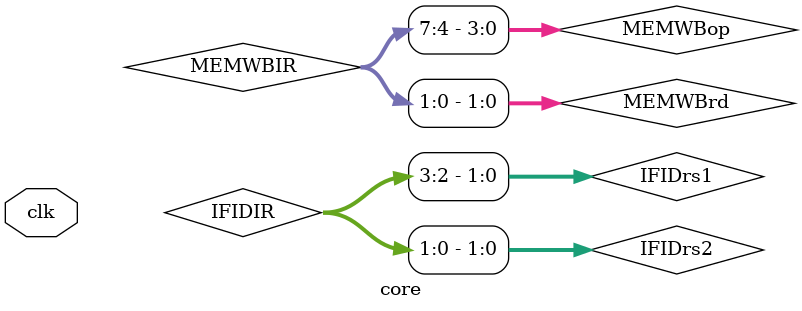
<source format=v>
`timescale 1ns / 1ps
module core(clk);
input clk; 
parameter NOP = 8'b00000000,
            LOAD_A = 4'b0010,
            LOAD_B = 4'b0001,
            STORE_A = 4'b0100,
            ADD = 4'b1000,
            SUB = 4'b1001,
            JUMP = 4'b1010,
            JUMP_NEG = 4'b1011,
            HALT = 4'b0000;
parameter S0 = 3'b000,
          S1 = 3'b001,
          S2 = 3'b010,
          S3 = 3'b011,
          S4 = 3'b100,
          S5 = 3'b101,
          S6 = 3'b110,
          S7 = 3'b111;
reg [7:0] RAM[0:15];    //内存空间
reg [7:0] regs[0:3];    //通用寄存器
reg [3:0] PC;   //程序计数器
reg [7:0] IFIDIR,IDEXIR,EXMEMIR,MEMWBIR;    //各级流水线的指令存储器
reg [7:0] EXMEMALUOut;      //alu计算结果储存
reg [7:0] IDEXA,IDEXB;      //alu两个输入
reg [7:0] RAM_DATA;
reg [7:0] MEMWBValue;       //要写回寄存器的值
reg [7:0] zero;             //0寄存器
wire [1:0] IFIDrs1,IFIDrs2;     //rs1和rs2
wire [3:0] RAM_addr;
wire [3:0] IDEXop,EXMEMop,MEMWBop ; //各级流水线的操作码
wire [1:0] MEMWBrd;         //写回的目标地址
wire[7:0] Ain,Bin;          //alu的输入
reg  [3:0]state;
wire [7:0]test_reg0,test_reg1,test_reg2,test_reg3; 
wire [7:0]test_ram13;
assign test_reg0 = regs[0];
assign test_reg1 = regs[1];
assign test_reg2 = regs[2];
assign test_reg3 = regs[3];
assign test_ram13 = RAM[13];
assign IDEXop = IDEXIR[7:4];
assign EXMEMop = EXMEMIR[7:4];
assign MEMWBop = MEMWBIR[7:4];
assign MEMWBrd = MEMWBIR[1:0];

assign IFIDrs1 = IFIDIR[3:2];
assign IFIDrs2 = IFIDIR[1:0];
assign Ain = IDEXA ;
assign Bin = IDEXB ;
assign RAM_addr = EXMEMALUOut[3:0];
initial
    begin
        state = 3'b000;
        PC = 4'b0000;
        IFIDIR = NOP;
        IDEXIR = NOP;
        IDEXA = 0;
        IDEXB = 0;
        EXMEMIR = NOP;
        EXMEMALUOut = 0;
        MEMWBIR = NOP;
        MEMWBValue = 0;

        //通用寄存器初始化
        regs[0] = 8'b0000_0000;
        regs[1] = 8'b0000_0000;
        regs[2] = 8'b0000_0000;
        regs[3] = 8'b0000_0000;
    end
    
initial 
    begin
        RAM[0] = 8'b0010_1110;
        RAM[1] = 8'b0001_1111;
        RAM[2] = 8'b1000_0100;
        RAM[3] = 8'b1010_0010;
        RAM[4] = 8'b0000_0000;
        RAM[5] = 8'b0000_0000;
        RAM[6] = 8'b0000_0000;
        RAM[7] = 8'b0000_0000;
        RAM[8] = 8'b0000_0000;
        RAM[9] = 8'b0000_0000;
        RAM[10]= 8'b0000_0000;
        RAM[11]= 8'b0000_0000;
        RAM[12]= 8'b0000_0000;
        RAM[13]= 8'b0000_0000;
        RAM[14]= 8'b0000_0001;
        RAM[15]= 8'b0000_0001;
    end

always @(posedge clk)
    begin
    case (state)
    S0:
    begin
    //第一级 IFID 
    IFIDIR <= RAM[PC];  //将PC值对应地址读取到IFIDIR寄存器中
    if(IFIDIR == HALT)
        state <=S0;
    else
        begin
            PC <= PC + 1;       //PC值+1
            state <= S1;
        end
    end

    S1:
    begin
    //第二级流水线IDEX
    IDEXA <= regs[IFIDrs1]; //读取两个操作数
    IDEXB <= regs[IFIDrs2]; 
    IDEXIR <= IFIDIR;       //IDEXIR传递
    state <= S2;
    end

    S2:
    begin
    //第三级 EXMEM
    if (IDEXop ==  ADD)
        EXMEMALUOut <= Ain + Bin;
     else if (IDEXop ==  SUB)
        EXMEMALUOut <= Ain - Bin;
     else if (IDEXop ==HALT)
        EXMEMALUOut <= 8'b0000_0000;
    else
        EXMEMALUOut <= {4'b0000, IDEXIR[3:0]};
     EXMEMIR <=IDEXIR;
     state<= S3;
    end

    S3:
    begin
     //第四级 MEMWB
     if ((EXMEMop == ADD)||(MEMWBop ==SUB)) MEMWBValue <= EXMEMALUOut;
     else if((EXMEMop == LOAD_A)||(EXMEMop ==LOAD_B))  MEMWBValue <= RAM[RAM_addr];
     else if (EXMEMop == STORE_A)   RAM[RAM_addr]<= regs[0];
     else if(EXMEMop == JUMP)  PC<= RAM_addr;
     else MEMWBValue <= NOP;
    MEMWBIR <= EXMEMIR;
    state <= S4;
    end

    S4:
    begin
    //第五级 WB
    case(MEMWBop)
    ADD:     regs[MEMWBrd] <= MEMWBValue;
    SUB:     regs[MEMWBrd] <= MEMWBValue;
    LOAD_A:  regs[0]       <= MEMWBValue; 
    LOAD_B:  regs[1]       <= MEMWBValue;
    endcase
    state <= S0;
    end


    endcase
    end
    

endmodule

</source>
